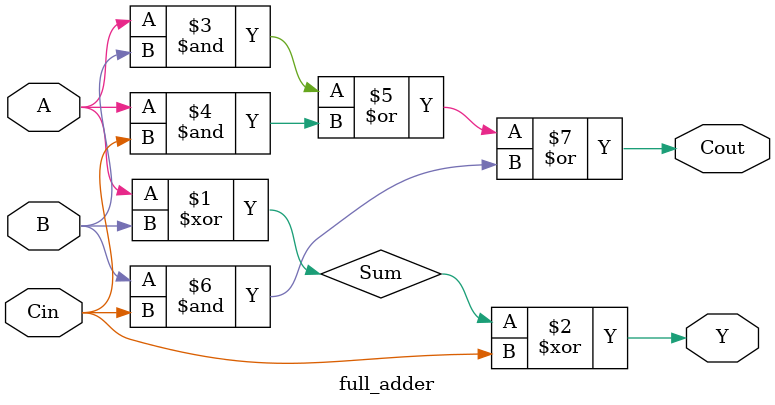
<source format=v>
module full_adder (
    input A, B, Cin,
    output Y, Cout
);
    wire Sum;

    assign Sum = A ^ B; // A + B

    assign Y = Sum ^ Cin; // (A + B) + Carry In from previous bit

    assign Cout = (A & B) | (A & Cin) | (B & Cin); // Overflow

endmodule
</source>
